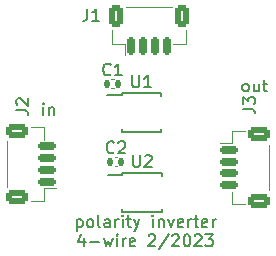
<source format=gbr>
%TF.GenerationSoftware,KiCad,Pcbnew,(6.0.4-0)*%
%TF.CreationDate,2023-02-21T13:55:29-07:00*%
%TF.ProjectId,polarity_inverter,706f6c61-7269-4747-995f-696e76657274,rev?*%
%TF.SameCoordinates,Original*%
%TF.FileFunction,Legend,Top*%
%TF.FilePolarity,Positive*%
%FSLAX46Y46*%
G04 Gerber Fmt 4.6, Leading zero omitted, Abs format (unit mm)*
G04 Created by KiCad (PCBNEW (6.0.4-0)) date 2023-02-21 13:55:29*
%MOMM*%
%LPD*%
G01*
G04 APERTURE LIST*
G04 Aperture macros list*
%AMRoundRect*
0 Rectangle with rounded corners*
0 $1 Rounding radius*
0 $2 $3 $4 $5 $6 $7 $8 $9 X,Y pos of 4 corners*
0 Add a 4 corners polygon primitive as box body*
4,1,4,$2,$3,$4,$5,$6,$7,$8,$9,$2,$3,0*
0 Add four circle primitives for the rounded corners*
1,1,$1+$1,$2,$3*
1,1,$1+$1,$4,$5*
1,1,$1+$1,$6,$7*
1,1,$1+$1,$8,$9*
0 Add four rect primitives between the rounded corners*
20,1,$1+$1,$2,$3,$4,$5,0*
20,1,$1+$1,$4,$5,$6,$7,0*
20,1,$1+$1,$6,$7,$8,$9,0*
20,1,$1+$1,$8,$9,$2,$3,0*%
G04 Aperture macros list end*
%ADD10C,0.150000*%
%ADD11C,0.120000*%
%ADD12RoundRect,0.150000X-0.150000X-0.625000X0.150000X-0.625000X0.150000X0.625000X-0.150000X0.625000X0*%
%ADD13RoundRect,0.250000X-0.350000X-0.650000X0.350000X-0.650000X0.350000X0.650000X-0.350000X0.650000X0*%
%ADD14RoundRect,0.150000X0.625000X-0.150000X0.625000X0.150000X-0.625000X0.150000X-0.625000X-0.150000X0*%
%ADD15RoundRect,0.250000X0.650000X-0.350000X0.650000X0.350000X-0.650000X0.350000X-0.650000X-0.350000X0*%
%ADD16RoundRect,0.150000X-0.625000X0.150000X-0.625000X-0.150000X0.625000X-0.150000X0.625000X0.150000X0*%
%ADD17RoundRect,0.250000X-0.650000X0.350000X-0.650000X-0.350000X0.650000X-0.350000X0.650000X0.350000X0*%
%ADD18R,1.400000X0.300000*%
%ADD19RoundRect,0.140000X-0.140000X-0.170000X0.140000X-0.170000X0.140000X0.170000X-0.140000X0.170000X0*%
G04 APERTURE END LIST*
D10*
X130290476Y-128980714D02*
X130290476Y-129980714D01*
X130290476Y-129028333D02*
X130385714Y-128980714D01*
X130576190Y-128980714D01*
X130671428Y-129028333D01*
X130719047Y-129075952D01*
X130766666Y-129171190D01*
X130766666Y-129456904D01*
X130719047Y-129552142D01*
X130671428Y-129599761D01*
X130576190Y-129647380D01*
X130385714Y-129647380D01*
X130290476Y-129599761D01*
X131338095Y-129647380D02*
X131242857Y-129599761D01*
X131195238Y-129552142D01*
X131147619Y-129456904D01*
X131147619Y-129171190D01*
X131195238Y-129075952D01*
X131242857Y-129028333D01*
X131338095Y-128980714D01*
X131480952Y-128980714D01*
X131576190Y-129028333D01*
X131623809Y-129075952D01*
X131671428Y-129171190D01*
X131671428Y-129456904D01*
X131623809Y-129552142D01*
X131576190Y-129599761D01*
X131480952Y-129647380D01*
X131338095Y-129647380D01*
X132242857Y-129647380D02*
X132147619Y-129599761D01*
X132100000Y-129504523D01*
X132100000Y-128647380D01*
X133052380Y-129647380D02*
X133052380Y-129123571D01*
X133004761Y-129028333D01*
X132909523Y-128980714D01*
X132719047Y-128980714D01*
X132623809Y-129028333D01*
X133052380Y-129599761D02*
X132957142Y-129647380D01*
X132719047Y-129647380D01*
X132623809Y-129599761D01*
X132576190Y-129504523D01*
X132576190Y-129409285D01*
X132623809Y-129314047D01*
X132719047Y-129266428D01*
X132957142Y-129266428D01*
X133052380Y-129218809D01*
X133528571Y-129647380D02*
X133528571Y-128980714D01*
X133528571Y-129171190D02*
X133576190Y-129075952D01*
X133623809Y-129028333D01*
X133719047Y-128980714D01*
X133814285Y-128980714D01*
X134147619Y-129647380D02*
X134147619Y-128980714D01*
X134147619Y-128647380D02*
X134100000Y-128695000D01*
X134147619Y-128742619D01*
X134195238Y-128695000D01*
X134147619Y-128647380D01*
X134147619Y-128742619D01*
X134480952Y-128980714D02*
X134861904Y-128980714D01*
X134623809Y-128647380D02*
X134623809Y-129504523D01*
X134671428Y-129599761D01*
X134766666Y-129647380D01*
X134861904Y-129647380D01*
X135100000Y-128980714D02*
X135338095Y-129647380D01*
X135576190Y-128980714D02*
X135338095Y-129647380D01*
X135242857Y-129885476D01*
X135195238Y-129933095D01*
X135100000Y-129980714D01*
X136719047Y-129647380D02*
X136719047Y-128980714D01*
X136719047Y-128647380D02*
X136671428Y-128695000D01*
X136719047Y-128742619D01*
X136766666Y-128695000D01*
X136719047Y-128647380D01*
X136719047Y-128742619D01*
X137195238Y-128980714D02*
X137195238Y-129647380D01*
X137195238Y-129075952D02*
X137242857Y-129028333D01*
X137338095Y-128980714D01*
X137480952Y-128980714D01*
X137576190Y-129028333D01*
X137623809Y-129123571D01*
X137623809Y-129647380D01*
X138004761Y-128980714D02*
X138242857Y-129647380D01*
X138480952Y-128980714D01*
X139242857Y-129599761D02*
X139147619Y-129647380D01*
X138957142Y-129647380D01*
X138861904Y-129599761D01*
X138814285Y-129504523D01*
X138814285Y-129123571D01*
X138861904Y-129028333D01*
X138957142Y-128980714D01*
X139147619Y-128980714D01*
X139242857Y-129028333D01*
X139290476Y-129123571D01*
X139290476Y-129218809D01*
X138814285Y-129314047D01*
X139719047Y-129647380D02*
X139719047Y-128980714D01*
X139719047Y-129171190D02*
X139766666Y-129075952D01*
X139814285Y-129028333D01*
X139909523Y-128980714D01*
X140004761Y-128980714D01*
X140195238Y-128980714D02*
X140576190Y-128980714D01*
X140338095Y-128647380D02*
X140338095Y-129504523D01*
X140385714Y-129599761D01*
X140480952Y-129647380D01*
X140576190Y-129647380D01*
X141290476Y-129599761D02*
X141195238Y-129647380D01*
X141004761Y-129647380D01*
X140909523Y-129599761D01*
X140861904Y-129504523D01*
X140861904Y-129123571D01*
X140909523Y-129028333D01*
X141004761Y-128980714D01*
X141195238Y-128980714D01*
X141290476Y-129028333D01*
X141338095Y-129123571D01*
X141338095Y-129218809D01*
X140861904Y-129314047D01*
X141766666Y-129647380D02*
X141766666Y-128980714D01*
X141766666Y-129171190D02*
X141814285Y-129075952D01*
X141861904Y-129028333D01*
X141957142Y-128980714D01*
X142052380Y-128980714D01*
X130885714Y-130590714D02*
X130885714Y-131257380D01*
X130647619Y-130209761D02*
X130409523Y-130924047D01*
X131028571Y-130924047D01*
X131409523Y-130876428D02*
X132171428Y-130876428D01*
X132552380Y-130590714D02*
X132742857Y-131257380D01*
X132933333Y-130781190D01*
X133123809Y-131257380D01*
X133314285Y-130590714D01*
X133695238Y-131257380D02*
X133695238Y-130590714D01*
X133695238Y-130257380D02*
X133647619Y-130305000D01*
X133695238Y-130352619D01*
X133742857Y-130305000D01*
X133695238Y-130257380D01*
X133695238Y-130352619D01*
X134171428Y-131257380D02*
X134171428Y-130590714D01*
X134171428Y-130781190D02*
X134219047Y-130685952D01*
X134266666Y-130638333D01*
X134361904Y-130590714D01*
X134457142Y-130590714D01*
X135171428Y-131209761D02*
X135076190Y-131257380D01*
X134885714Y-131257380D01*
X134790476Y-131209761D01*
X134742857Y-131114523D01*
X134742857Y-130733571D01*
X134790476Y-130638333D01*
X134885714Y-130590714D01*
X135076190Y-130590714D01*
X135171428Y-130638333D01*
X135219047Y-130733571D01*
X135219047Y-130828809D01*
X134742857Y-130924047D01*
X136361904Y-130352619D02*
X136409523Y-130305000D01*
X136504761Y-130257380D01*
X136742857Y-130257380D01*
X136838095Y-130305000D01*
X136885714Y-130352619D01*
X136933333Y-130447857D01*
X136933333Y-130543095D01*
X136885714Y-130685952D01*
X136314285Y-131257380D01*
X136933333Y-131257380D01*
X138076190Y-130209761D02*
X137219047Y-131495476D01*
X138361904Y-130352619D02*
X138409523Y-130305000D01*
X138504761Y-130257380D01*
X138742857Y-130257380D01*
X138838095Y-130305000D01*
X138885714Y-130352619D01*
X138933333Y-130447857D01*
X138933333Y-130543095D01*
X138885714Y-130685952D01*
X138314285Y-131257380D01*
X138933333Y-131257380D01*
X139552380Y-130257380D02*
X139647619Y-130257380D01*
X139742857Y-130305000D01*
X139790476Y-130352619D01*
X139838095Y-130447857D01*
X139885714Y-130638333D01*
X139885714Y-130876428D01*
X139838095Y-131066904D01*
X139790476Y-131162142D01*
X139742857Y-131209761D01*
X139647619Y-131257380D01*
X139552380Y-131257380D01*
X139457142Y-131209761D01*
X139409523Y-131162142D01*
X139361904Y-131066904D01*
X139314285Y-130876428D01*
X139314285Y-130638333D01*
X139361904Y-130447857D01*
X139409523Y-130352619D01*
X139457142Y-130305000D01*
X139552380Y-130257380D01*
X140266666Y-130352619D02*
X140314285Y-130305000D01*
X140409523Y-130257380D01*
X140647619Y-130257380D01*
X140742857Y-130305000D01*
X140790476Y-130352619D01*
X140838095Y-130447857D01*
X140838095Y-130543095D01*
X140790476Y-130685952D01*
X140219047Y-131257380D01*
X140838095Y-131257380D01*
X141171428Y-130257380D02*
X141790476Y-130257380D01*
X141457142Y-130638333D01*
X141600000Y-130638333D01*
X141695238Y-130685952D01*
X141742857Y-130733571D01*
X141790476Y-130828809D01*
X141790476Y-131066904D01*
X141742857Y-131162142D01*
X141695238Y-131209761D01*
X141600000Y-131257380D01*
X141314285Y-131257380D01*
X141219047Y-131209761D01*
X141171428Y-131162142D01*
X144490476Y-118152380D02*
X144395238Y-118104761D01*
X144347619Y-118057142D01*
X144300000Y-117961904D01*
X144300000Y-117676190D01*
X144347619Y-117580952D01*
X144395238Y-117533333D01*
X144490476Y-117485714D01*
X144633333Y-117485714D01*
X144728571Y-117533333D01*
X144776190Y-117580952D01*
X144823809Y-117676190D01*
X144823809Y-117961904D01*
X144776190Y-118057142D01*
X144728571Y-118104761D01*
X144633333Y-118152380D01*
X144490476Y-118152380D01*
X145680952Y-117485714D02*
X145680952Y-118152380D01*
X145252380Y-117485714D02*
X145252380Y-118009523D01*
X145300000Y-118104761D01*
X145395238Y-118152380D01*
X145538095Y-118152380D01*
X145633333Y-118104761D01*
X145680952Y-118057142D01*
X146014285Y-117485714D02*
X146395238Y-117485714D01*
X146157142Y-117152380D02*
X146157142Y-118009523D01*
X146204761Y-118104761D01*
X146300000Y-118152380D01*
X146395238Y-118152380D01*
X127447619Y-120152380D02*
X127447619Y-119485714D01*
X127447619Y-119152380D02*
X127400000Y-119200000D01*
X127447619Y-119247619D01*
X127495238Y-119200000D01*
X127447619Y-119152380D01*
X127447619Y-119247619D01*
X127923809Y-119485714D02*
X127923809Y-120152380D01*
X127923809Y-119580952D02*
X127971428Y-119533333D01*
X128066666Y-119485714D01*
X128209523Y-119485714D01*
X128304761Y-119533333D01*
X128352380Y-119628571D01*
X128352380Y-120152380D01*
%TO.C,J1*%
X131166666Y-111152380D02*
X131166666Y-111866666D01*
X131119047Y-112009523D01*
X131023809Y-112104761D01*
X130880952Y-112152380D01*
X130785714Y-112152380D01*
X132166666Y-112152380D02*
X131595238Y-112152380D01*
X131880952Y-112152380D02*
X131880952Y-111152380D01*
X131785714Y-111295238D01*
X131690476Y-111390476D01*
X131595238Y-111438095D01*
%TO.C,J2*%
X125152380Y-119733333D02*
X125866666Y-119733333D01*
X126009523Y-119780952D01*
X126104761Y-119876190D01*
X126152380Y-120019047D01*
X126152380Y-120114285D01*
X125247619Y-119304761D02*
X125200000Y-119257142D01*
X125152380Y-119161904D01*
X125152380Y-118923809D01*
X125200000Y-118828571D01*
X125247619Y-118780952D01*
X125342857Y-118733333D01*
X125438095Y-118733333D01*
X125580952Y-118780952D01*
X126152380Y-119352380D01*
X126152380Y-118733333D01*
%TO.C,J3*%
X144352380Y-119633333D02*
X145066666Y-119633333D01*
X145209523Y-119680952D01*
X145304761Y-119776190D01*
X145352380Y-119919047D01*
X145352380Y-120014285D01*
X144352380Y-119252380D02*
X144352380Y-118633333D01*
X144733333Y-118966666D01*
X144733333Y-118823809D01*
X144780952Y-118728571D01*
X144828571Y-118680952D01*
X144923809Y-118633333D01*
X145161904Y-118633333D01*
X145257142Y-118680952D01*
X145304761Y-118728571D01*
X145352380Y-118823809D01*
X145352380Y-119109523D01*
X145304761Y-119204761D01*
X145257142Y-119252380D01*
%TO.C,U1*%
X134978095Y-116792380D02*
X134978095Y-117601904D01*
X135025714Y-117697142D01*
X135073333Y-117744761D01*
X135168571Y-117792380D01*
X135359047Y-117792380D01*
X135454285Y-117744761D01*
X135501904Y-117697142D01*
X135549523Y-117601904D01*
X135549523Y-116792380D01*
X136549523Y-117792380D02*
X135978095Y-117792380D01*
X136263809Y-117792380D02*
X136263809Y-116792380D01*
X136168571Y-116935238D01*
X136073333Y-117030476D01*
X135978095Y-117078095D01*
%TO.C,C2*%
X133413333Y-123297142D02*
X133365714Y-123344761D01*
X133222857Y-123392380D01*
X133127619Y-123392380D01*
X132984761Y-123344761D01*
X132889523Y-123249523D01*
X132841904Y-123154285D01*
X132794285Y-122963809D01*
X132794285Y-122820952D01*
X132841904Y-122630476D01*
X132889523Y-122535238D01*
X132984761Y-122440000D01*
X133127619Y-122392380D01*
X133222857Y-122392380D01*
X133365714Y-122440000D01*
X133413333Y-122487619D01*
X133794285Y-122487619D02*
X133841904Y-122440000D01*
X133937142Y-122392380D01*
X134175238Y-122392380D01*
X134270476Y-122440000D01*
X134318095Y-122487619D01*
X134365714Y-122582857D01*
X134365714Y-122678095D01*
X134318095Y-122820952D01*
X133746666Y-123392380D01*
X134365714Y-123392380D01*
%TO.C,U2*%
X135038095Y-123552380D02*
X135038095Y-124361904D01*
X135085714Y-124457142D01*
X135133333Y-124504761D01*
X135228571Y-124552380D01*
X135419047Y-124552380D01*
X135514285Y-124504761D01*
X135561904Y-124457142D01*
X135609523Y-124361904D01*
X135609523Y-123552380D01*
X136038095Y-123647619D02*
X136085714Y-123600000D01*
X136180952Y-123552380D01*
X136419047Y-123552380D01*
X136514285Y-123600000D01*
X136561904Y-123647619D01*
X136609523Y-123742857D01*
X136609523Y-123838095D01*
X136561904Y-123980952D01*
X135990476Y-124552380D01*
X136609523Y-124552380D01*
%TO.C,C1*%
X133133333Y-116697142D02*
X133085714Y-116744761D01*
X132942857Y-116792380D01*
X132847619Y-116792380D01*
X132704761Y-116744761D01*
X132609523Y-116649523D01*
X132561904Y-116554285D01*
X132514285Y-116363809D01*
X132514285Y-116220952D01*
X132561904Y-116030476D01*
X132609523Y-115935238D01*
X132704761Y-115840000D01*
X132847619Y-115792380D01*
X132942857Y-115792380D01*
X133085714Y-115840000D01*
X133133333Y-115887619D01*
X134085714Y-116792380D02*
X133514285Y-116792380D01*
X133800000Y-116792380D02*
X133800000Y-115792380D01*
X133704761Y-115935238D01*
X133609523Y-116030476D01*
X133514285Y-116078095D01*
D11*
%TO.C,J1*%
X133290000Y-112960000D02*
X133290000Y-114110000D01*
X134460000Y-110990000D02*
X138340000Y-110990000D01*
X134340000Y-114110000D02*
X134340000Y-115100000D01*
X133290000Y-114110000D02*
X134340000Y-114110000D01*
X139510000Y-114110000D02*
X138460000Y-114110000D01*
X139510000Y-112960000D02*
X139510000Y-114110000D01*
%TO.C,J2*%
X127510000Y-121190000D02*
X127510000Y-122240000D01*
X127510000Y-127410000D02*
X127510000Y-126360000D01*
X126360000Y-127410000D02*
X127510000Y-127410000D01*
X127510000Y-126360000D02*
X128500000Y-126360000D01*
X124390000Y-126240000D02*
X124390000Y-122360000D01*
X126360000Y-121190000D02*
X127510000Y-121190000D01*
%TO.C,J3*%
X146510000Y-122660000D02*
X146510000Y-126540000D01*
X144540000Y-127710000D02*
X143390000Y-127710000D01*
X144540000Y-121490000D02*
X143390000Y-121490000D01*
X143390000Y-127710000D02*
X143390000Y-126660000D01*
X143390000Y-122540000D02*
X142400000Y-122540000D01*
X143390000Y-121490000D02*
X143390000Y-122540000D01*
D10*
%TO.C,U1*%
X134065000Y-118265000D02*
X137415000Y-118265000D01*
X137415000Y-121615000D02*
X137415000Y-121315000D01*
X134065000Y-121615000D02*
X134065000Y-121315000D01*
X134065000Y-118265000D02*
X134065000Y-118490000D01*
X134065000Y-118490000D02*
X132840000Y-118490000D01*
X137415000Y-118265000D02*
X137415000Y-118565000D01*
X134065000Y-121615000D02*
X137415000Y-121615000D01*
D11*
%TO.C,C2*%
X133472164Y-124460000D02*
X133687836Y-124460000D01*
X133472164Y-123740000D02*
X133687836Y-123740000D01*
D10*
%TO.C,U2*%
X137475000Y-125025000D02*
X137475000Y-125325000D01*
X134125000Y-128375000D02*
X137475000Y-128375000D01*
X137475000Y-128375000D02*
X137475000Y-128075000D01*
X134125000Y-128375000D02*
X134125000Y-128075000D01*
X134125000Y-125025000D02*
X137475000Y-125025000D01*
X134125000Y-125250000D02*
X132900000Y-125250000D01*
X134125000Y-125025000D02*
X134125000Y-125250000D01*
D11*
%TO.C,C1*%
X133192164Y-117140000D02*
X133407836Y-117140000D01*
X133192164Y-117860000D02*
X133407836Y-117860000D01*
%TD*%
%LPC*%
D12*
%TO.C,J1*%
X134900000Y-114325000D03*
X135900000Y-114325000D03*
X136900000Y-114325000D03*
X137900000Y-114325000D03*
D13*
X133600000Y-111800000D03*
X139200000Y-111800000D03*
%TD*%
D14*
%TO.C,J2*%
X127725000Y-125800000D03*
X127725000Y-124800000D03*
X127725000Y-123800000D03*
X127725000Y-122800000D03*
D15*
X125200000Y-121500000D03*
X125200000Y-127100000D03*
%TD*%
D16*
%TO.C,J3*%
X143175000Y-123100000D03*
X143175000Y-124100000D03*
X143175000Y-125100000D03*
X143175000Y-126100000D03*
D17*
X145700000Y-127400000D03*
X145700000Y-121800000D03*
%TD*%
D18*
%TO.C,U1*%
X133540000Y-118940000D03*
X133540000Y-119440000D03*
X133540000Y-119940000D03*
X133540000Y-120440000D03*
X133540000Y-120940000D03*
X137940000Y-120940000D03*
X137940000Y-120440000D03*
X137940000Y-119940000D03*
X137940000Y-119440000D03*
X137940000Y-118940000D03*
%TD*%
D19*
%TO.C,C2*%
X133100000Y-124100000D03*
X134060000Y-124100000D03*
%TD*%
D18*
%TO.C,U2*%
X133600000Y-125700000D03*
X133600000Y-126200000D03*
X133600000Y-126700000D03*
X133600000Y-127200000D03*
X133600000Y-127700000D03*
X138000000Y-127700000D03*
X138000000Y-127200000D03*
X138000000Y-126700000D03*
X138000000Y-126200000D03*
X138000000Y-125700000D03*
%TD*%
D19*
%TO.C,C1*%
X132820000Y-117500000D03*
X133780000Y-117500000D03*
%TD*%
M02*

</source>
